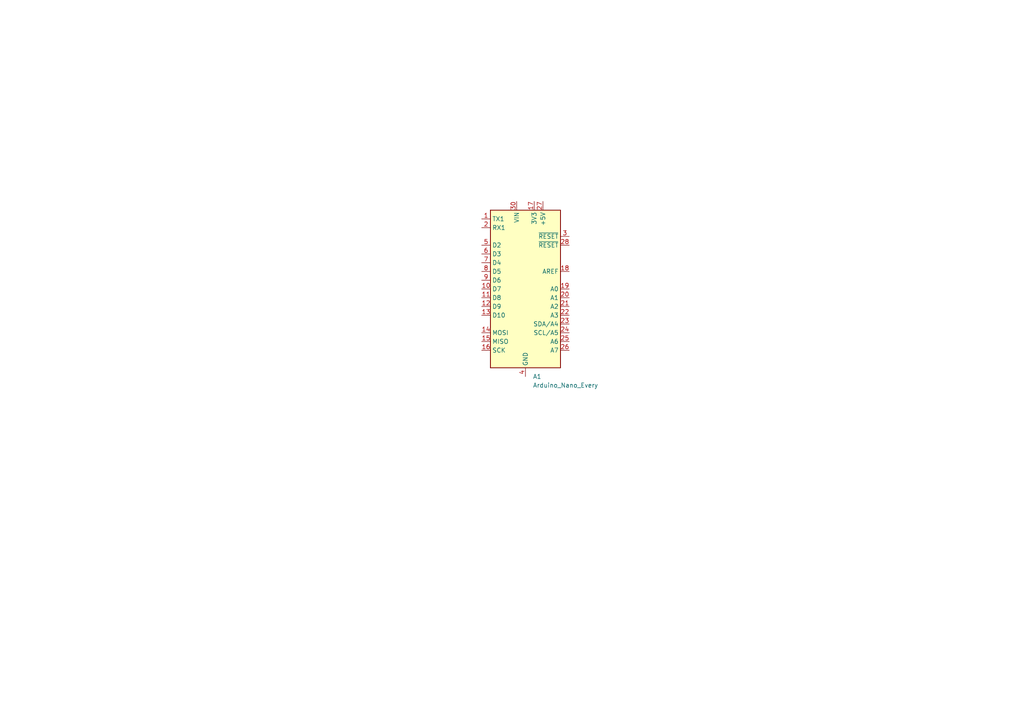
<source format=kicad_sch>
(kicad_sch (version 20250114) (generator "eeschema") (generator_version "9.0")
  (paper "A4")
  (lib_symbols
    (symbol "MCU_Module:Arduino_Nano_Every"
      (property "Reference" "A" (at -10.16 23.495 0))
      (property "Value" "Arduino_Nano_Every" (at 5.08 -24.13 0))
      (symbol "Arduino_Nano_Every_0_1"
        (rectangle (start -10.16 22.86) (end 10.16 -22.86) (stroke (width 0.254)) (fill (type background)))
      )
      (symbol "Arduino_Nano_Every_1_1"
        (pin bidirectional line (at -12.7 20.32 0) (length 2.54) (name "TX1") (number "1"))
        (pin bidirectional line (at -12.7 17.78 0) (length 2.54) (name "RX1") (number "2"))
        (pin bidirectional line (at -12.7 12.7 0) (length 2.54) (name "D2") (number "5"))
        (pin bidirectional line (at -12.7 10.16 0) (length 2.54) (name "D3") (number "6"))
        (pin bidirectional line (at -12.7 7.62 0) (length 2.54) (name "D4") (number "7"))
        (pin bidirectional line (at -12.7 5.08 0) (length 2.54) (name "D5") (number "8"))
        (pin bidirectional line (at -12.7 2.54 0) (length 2.54) (name "D6") (number "9"))
        (pin bidirectional line (at -12.7 0 0) (length 2.54) (name "D7") (number "10"))
        (pin bidirectional line (at -12.7 -2.54 0) (length 2.54) (name "D8") (number "11"))
        (pin bidirectional line (at -12.7 -5.08 0) (length 2.54) (name "D9") (number "12"))
        (pin bidirectional line (at -12.7 -7.62 0) (length 2.54) (name "D10") (number "13"))
        (pin bidirectional line (at -12.7 -12.7 0) (length 2.54) (name "MOSI") (number "14"))
        (pin bidirectional line (at -12.7 -15.24 0) (length 2.54) (name "MISO") (number "15"))
        (pin bidirectional line (at -12.7 -17.78 0) (length 2.54) (name "SCK") (number "16"))
        (pin power_in line (at -2.54 25.4 270) (length 2.54) (name "VIN") (number "30"))
        (pin passive line (at 0 -25.4 90) (length 2.54) (hide yes) (name "GND") (number "29"))
        (pin power_in line (at 0 -25.4 90) (length 2.54) (name "GND") (number "4"))
        (pin power_out line (at 2.54 25.4 270) (length 2.54) (name "3V3") (number "17"))
        (pin power_out line (at 5.08 25.4 270) (length 2.54) (name "+5V") (number "27"))
        (pin input line (at 12.7 15.24 180) (length 2.54) (name "~{RESET}") (number "3"))
        (pin input line (at 12.7 12.7 180) (length 2.54) (name "~{RESET}") (number "28"))
        (pin input line (at 12.7 5.08 180) (length 2.54) (name "AREF") (number "18"))
        (pin bidirectional line (at 12.7 0 180) (length 2.54) (name "A0") (number "19"))
        (pin bidirectional line (at 12.7 -2.54 180) (length 2.54) (name "A1") (number "20"))
        (pin bidirectional line (at 12.7 -5.08 180) (length 2.54) (name "A2") (number "21"))
        (pin bidirectional line (at 12.7 -7.62 180) (length 2.54) (name "A3") (number "22"))
        (pin bidirectional line (at 12.7 -10.16 180) (length 2.54) (name "SDA/A4") (number "23"))
        (pin bidirectional line (at 12.7 -12.7 180) (length 2.54) (name "SCL/A5") (number "24"))
        (pin bidirectional line (at 12.7 -15.24 180) (length 2.54) (name "A6") (number "25"))
        (pin bidirectional line (at 12.7 -17.78 180) (length 2.54) (name "A7") (number "26"))
      )
    )
  )
  (symbol (lib_id "MCU_Module:Arduino_Nano_Every") (at 152.4 83.82 0) (unit 1)
    (property "Reference" "A1" (at 154.5433 109.22 0) (effects (justify left)))
    (property "Value" "Arduino_Nano_Every" (at 154.5433 111.76 0) (effects (justify left)))
    (property "Footprint" "Module:Arduino_Nano" (effects (hide yes)))
    (property "Datasheet" "https://content.arduino.cc/assets/NANOEveryV3.0_sch.pdf" (effects (hide yes)))
    (property "Description" "Arduino Nano Every" (effects (hide yes)))
  )
)
</source>
